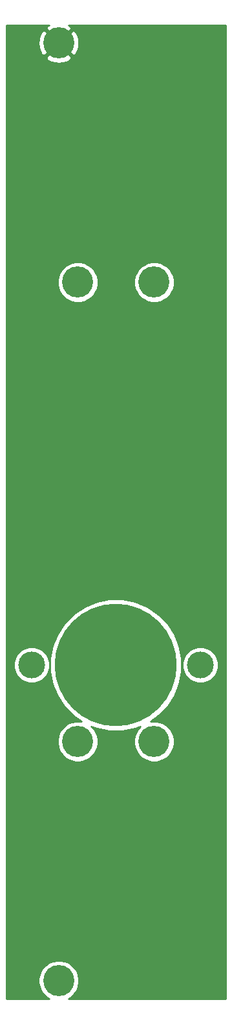
<source format=gbl>
G04 #@! TF.GenerationSoftware,KiCad,Pcbnew,(5.1.0)-1*
G04 #@! TF.CreationDate,2019-05-28T14:34:34-04:00*
G04 #@! TF.ProjectId,Power Supply_Panel,506f7765-7220-4537-9570-706c795f5061,rev?*
G04 #@! TF.SameCoordinates,Original*
G04 #@! TF.FileFunction,Copper,L2,Bot*
G04 #@! TF.FilePolarity,Positive*
%FSLAX46Y46*%
G04 Gerber Fmt 4.6, Leading zero omitted, Abs format (unit mm)*
G04 Created by KiCad (PCBNEW (5.1.0)-1) date 2019-05-28 14:34:34*
%MOMM*%
%LPD*%
G04 APERTURE LIST*
%ADD10C,4.064000*%
%ADD11C,3.500000*%
%ADD12C,16.000000*%
%ADD13C,0.254000*%
G04 APERTURE END LIST*
D10*
X37500000Y-33000000D03*
X40000000Y-64250000D03*
X40000000Y-124250000D03*
X37500000Y-155500000D03*
X50000000Y-64250000D03*
X50000000Y-124250000D03*
D11*
X56050000Y-114250000D03*
X33950000Y-114250000D03*
D12*
X45000000Y-114250000D03*
D13*
G36*
X36029307Y-30759699D02*
G01*
X35809341Y-31129736D01*
X37500000Y-32820395D01*
X39190659Y-31129736D01*
X38970693Y-30759699D01*
X38780462Y-30660000D01*
X59340000Y-30660000D01*
X59340001Y-157840000D01*
X38798414Y-157840000D01*
X39200113Y-157571594D01*
X39571594Y-157200113D01*
X39863464Y-156763298D01*
X40064508Y-156277935D01*
X40167000Y-155762677D01*
X40167000Y-155237323D01*
X40064508Y-154722065D01*
X39863464Y-154236702D01*
X39571594Y-153799887D01*
X39200113Y-153428406D01*
X38763298Y-153136536D01*
X38277935Y-152935492D01*
X37762677Y-152833000D01*
X37237323Y-152833000D01*
X36722065Y-152935492D01*
X36236702Y-153136536D01*
X35799887Y-153428406D01*
X35428406Y-153799887D01*
X35136536Y-154236702D01*
X34935492Y-154722065D01*
X34833000Y-155237323D01*
X34833000Y-155762677D01*
X34935492Y-156277935D01*
X35136536Y-156763298D01*
X35428406Y-157200113D01*
X35799887Y-157571594D01*
X36201586Y-157840000D01*
X30660000Y-157840000D01*
X30660000Y-114015098D01*
X31565000Y-114015098D01*
X31565000Y-114484902D01*
X31656654Y-114945679D01*
X31836440Y-115379721D01*
X32097450Y-115770349D01*
X32429651Y-116102550D01*
X32820279Y-116363560D01*
X33254321Y-116543346D01*
X33715098Y-116635000D01*
X34184902Y-116635000D01*
X34645679Y-116543346D01*
X35079721Y-116363560D01*
X35470349Y-116102550D01*
X35802550Y-115770349D01*
X36063560Y-115379721D01*
X36243346Y-114945679D01*
X36335000Y-114484902D01*
X36335000Y-114015098D01*
X36243346Y-113554321D01*
X36179229Y-113399527D01*
X36365000Y-113399527D01*
X36365000Y-115100473D01*
X36696838Y-116768737D01*
X37347762Y-118340206D01*
X38292758Y-119754492D01*
X39495508Y-120957242D01*
X40503803Y-121630963D01*
X40262677Y-121583000D01*
X39737323Y-121583000D01*
X39222065Y-121685492D01*
X38736702Y-121886536D01*
X38299887Y-122178406D01*
X37928406Y-122549887D01*
X37636536Y-122986702D01*
X37435492Y-123472065D01*
X37333000Y-123987323D01*
X37333000Y-124512677D01*
X37435492Y-125027935D01*
X37636536Y-125513298D01*
X37928406Y-125950113D01*
X38299887Y-126321594D01*
X38736702Y-126613464D01*
X39222065Y-126814508D01*
X39737323Y-126917000D01*
X40262677Y-126917000D01*
X40777935Y-126814508D01*
X41263298Y-126613464D01*
X41700113Y-126321594D01*
X42071594Y-125950113D01*
X42363464Y-125513298D01*
X42564508Y-125027935D01*
X42667000Y-124512677D01*
X42667000Y-123987323D01*
X42564508Y-123472065D01*
X42363464Y-122986702D01*
X42071594Y-122549887D01*
X41787505Y-122265798D01*
X42481263Y-122553162D01*
X44149527Y-122885000D01*
X45850473Y-122885000D01*
X47518737Y-122553162D01*
X48212495Y-122265798D01*
X47928406Y-122549887D01*
X47636536Y-122986702D01*
X47435492Y-123472065D01*
X47333000Y-123987323D01*
X47333000Y-124512677D01*
X47435492Y-125027935D01*
X47636536Y-125513298D01*
X47928406Y-125950113D01*
X48299887Y-126321594D01*
X48736702Y-126613464D01*
X49222065Y-126814508D01*
X49737323Y-126917000D01*
X50262677Y-126917000D01*
X50777935Y-126814508D01*
X51263298Y-126613464D01*
X51700113Y-126321594D01*
X52071594Y-125950113D01*
X52363464Y-125513298D01*
X52564508Y-125027935D01*
X52667000Y-124512677D01*
X52667000Y-123987323D01*
X52564508Y-123472065D01*
X52363464Y-122986702D01*
X52071594Y-122549887D01*
X51700113Y-122178406D01*
X51263298Y-121886536D01*
X50777935Y-121685492D01*
X50262677Y-121583000D01*
X49737323Y-121583000D01*
X49496197Y-121630963D01*
X50504492Y-120957242D01*
X51707242Y-119754492D01*
X52652238Y-118340206D01*
X53303162Y-116768737D01*
X53635000Y-115100473D01*
X53635000Y-114015098D01*
X53665000Y-114015098D01*
X53665000Y-114484902D01*
X53756654Y-114945679D01*
X53936440Y-115379721D01*
X54197450Y-115770349D01*
X54529651Y-116102550D01*
X54920279Y-116363560D01*
X55354321Y-116543346D01*
X55815098Y-116635000D01*
X56284902Y-116635000D01*
X56745679Y-116543346D01*
X57179721Y-116363560D01*
X57570349Y-116102550D01*
X57902550Y-115770349D01*
X58163560Y-115379721D01*
X58343346Y-114945679D01*
X58435000Y-114484902D01*
X58435000Y-114015098D01*
X58343346Y-113554321D01*
X58163560Y-113120279D01*
X57902550Y-112729651D01*
X57570349Y-112397450D01*
X57179721Y-112136440D01*
X56745679Y-111956654D01*
X56284902Y-111865000D01*
X55815098Y-111865000D01*
X55354321Y-111956654D01*
X54920279Y-112136440D01*
X54529651Y-112397450D01*
X54197450Y-112729651D01*
X53936440Y-113120279D01*
X53756654Y-113554321D01*
X53665000Y-114015098D01*
X53635000Y-114015098D01*
X53635000Y-113399527D01*
X53303162Y-111731263D01*
X52652238Y-110159794D01*
X51707242Y-108745508D01*
X50504492Y-107542758D01*
X49090206Y-106597762D01*
X47518737Y-105946838D01*
X45850473Y-105615000D01*
X44149527Y-105615000D01*
X42481263Y-105946838D01*
X40909794Y-106597762D01*
X39495508Y-107542758D01*
X38292758Y-108745508D01*
X37347762Y-110159794D01*
X36696838Y-111731263D01*
X36365000Y-113399527D01*
X36179229Y-113399527D01*
X36063560Y-113120279D01*
X35802550Y-112729651D01*
X35470349Y-112397450D01*
X35079721Y-112136440D01*
X34645679Y-111956654D01*
X34184902Y-111865000D01*
X33715098Y-111865000D01*
X33254321Y-111956654D01*
X32820279Y-112136440D01*
X32429651Y-112397450D01*
X32097450Y-112729651D01*
X31836440Y-113120279D01*
X31656654Y-113554321D01*
X31565000Y-114015098D01*
X30660000Y-114015098D01*
X30660000Y-63987323D01*
X37333000Y-63987323D01*
X37333000Y-64512677D01*
X37435492Y-65027935D01*
X37636536Y-65513298D01*
X37928406Y-65950113D01*
X38299887Y-66321594D01*
X38736702Y-66613464D01*
X39222065Y-66814508D01*
X39737323Y-66917000D01*
X40262677Y-66917000D01*
X40777935Y-66814508D01*
X41263298Y-66613464D01*
X41700113Y-66321594D01*
X42071594Y-65950113D01*
X42363464Y-65513298D01*
X42564508Y-65027935D01*
X42667000Y-64512677D01*
X42667000Y-63987323D01*
X47333000Y-63987323D01*
X47333000Y-64512677D01*
X47435492Y-65027935D01*
X47636536Y-65513298D01*
X47928406Y-65950113D01*
X48299887Y-66321594D01*
X48736702Y-66613464D01*
X49222065Y-66814508D01*
X49737323Y-66917000D01*
X50262677Y-66917000D01*
X50777935Y-66814508D01*
X51263298Y-66613464D01*
X51700113Y-66321594D01*
X52071594Y-65950113D01*
X52363464Y-65513298D01*
X52564508Y-65027935D01*
X52667000Y-64512677D01*
X52667000Y-63987323D01*
X52564508Y-63472065D01*
X52363464Y-62986702D01*
X52071594Y-62549887D01*
X51700113Y-62178406D01*
X51263298Y-61886536D01*
X50777935Y-61685492D01*
X50262677Y-61583000D01*
X49737323Y-61583000D01*
X49222065Y-61685492D01*
X48736702Y-61886536D01*
X48299887Y-62178406D01*
X47928406Y-62549887D01*
X47636536Y-62986702D01*
X47435492Y-63472065D01*
X47333000Y-63987323D01*
X42667000Y-63987323D01*
X42564508Y-63472065D01*
X42363464Y-62986702D01*
X42071594Y-62549887D01*
X41700113Y-62178406D01*
X41263298Y-61886536D01*
X40777935Y-61685492D01*
X40262677Y-61583000D01*
X39737323Y-61583000D01*
X39222065Y-61685492D01*
X38736702Y-61886536D01*
X38299887Y-62178406D01*
X37928406Y-62549887D01*
X37636536Y-62986702D01*
X37435492Y-63472065D01*
X37333000Y-63987323D01*
X30660000Y-63987323D01*
X30660000Y-34870264D01*
X35809341Y-34870264D01*
X36029307Y-35240301D01*
X36494627Y-35484172D01*
X36998583Y-35632578D01*
X37521808Y-35679815D01*
X38044195Y-35624069D01*
X38545669Y-35467481D01*
X38970693Y-35240301D01*
X39190659Y-34870264D01*
X37500000Y-33179605D01*
X35809341Y-34870264D01*
X30660000Y-34870264D01*
X30660000Y-33021808D01*
X34820185Y-33021808D01*
X34875931Y-33544195D01*
X35032519Y-34045669D01*
X35259699Y-34470693D01*
X35629736Y-34690659D01*
X37320395Y-33000000D01*
X37679605Y-33000000D01*
X39370264Y-34690659D01*
X39740301Y-34470693D01*
X39984172Y-34005373D01*
X40132578Y-33501417D01*
X40179815Y-32978192D01*
X40124069Y-32455805D01*
X39967481Y-31954331D01*
X39740301Y-31529307D01*
X39370264Y-31309341D01*
X37679605Y-33000000D01*
X37320395Y-33000000D01*
X35629736Y-31309341D01*
X35259699Y-31529307D01*
X35015828Y-31994627D01*
X34867422Y-32498583D01*
X34820185Y-33021808D01*
X30660000Y-33021808D01*
X30660000Y-30660000D01*
X36215831Y-30660000D01*
X36029307Y-30759699D01*
X36029307Y-30759699D01*
G37*
X36029307Y-30759699D02*
X35809341Y-31129736D01*
X37500000Y-32820395D01*
X39190659Y-31129736D01*
X38970693Y-30759699D01*
X38780462Y-30660000D01*
X59340000Y-30660000D01*
X59340001Y-157840000D01*
X38798414Y-157840000D01*
X39200113Y-157571594D01*
X39571594Y-157200113D01*
X39863464Y-156763298D01*
X40064508Y-156277935D01*
X40167000Y-155762677D01*
X40167000Y-155237323D01*
X40064508Y-154722065D01*
X39863464Y-154236702D01*
X39571594Y-153799887D01*
X39200113Y-153428406D01*
X38763298Y-153136536D01*
X38277935Y-152935492D01*
X37762677Y-152833000D01*
X37237323Y-152833000D01*
X36722065Y-152935492D01*
X36236702Y-153136536D01*
X35799887Y-153428406D01*
X35428406Y-153799887D01*
X35136536Y-154236702D01*
X34935492Y-154722065D01*
X34833000Y-155237323D01*
X34833000Y-155762677D01*
X34935492Y-156277935D01*
X35136536Y-156763298D01*
X35428406Y-157200113D01*
X35799887Y-157571594D01*
X36201586Y-157840000D01*
X30660000Y-157840000D01*
X30660000Y-114015098D01*
X31565000Y-114015098D01*
X31565000Y-114484902D01*
X31656654Y-114945679D01*
X31836440Y-115379721D01*
X32097450Y-115770349D01*
X32429651Y-116102550D01*
X32820279Y-116363560D01*
X33254321Y-116543346D01*
X33715098Y-116635000D01*
X34184902Y-116635000D01*
X34645679Y-116543346D01*
X35079721Y-116363560D01*
X35470349Y-116102550D01*
X35802550Y-115770349D01*
X36063560Y-115379721D01*
X36243346Y-114945679D01*
X36335000Y-114484902D01*
X36335000Y-114015098D01*
X36243346Y-113554321D01*
X36179229Y-113399527D01*
X36365000Y-113399527D01*
X36365000Y-115100473D01*
X36696838Y-116768737D01*
X37347762Y-118340206D01*
X38292758Y-119754492D01*
X39495508Y-120957242D01*
X40503803Y-121630963D01*
X40262677Y-121583000D01*
X39737323Y-121583000D01*
X39222065Y-121685492D01*
X38736702Y-121886536D01*
X38299887Y-122178406D01*
X37928406Y-122549887D01*
X37636536Y-122986702D01*
X37435492Y-123472065D01*
X37333000Y-123987323D01*
X37333000Y-124512677D01*
X37435492Y-125027935D01*
X37636536Y-125513298D01*
X37928406Y-125950113D01*
X38299887Y-126321594D01*
X38736702Y-126613464D01*
X39222065Y-126814508D01*
X39737323Y-126917000D01*
X40262677Y-126917000D01*
X40777935Y-126814508D01*
X41263298Y-126613464D01*
X41700113Y-126321594D01*
X42071594Y-125950113D01*
X42363464Y-125513298D01*
X42564508Y-125027935D01*
X42667000Y-124512677D01*
X42667000Y-123987323D01*
X42564508Y-123472065D01*
X42363464Y-122986702D01*
X42071594Y-122549887D01*
X41787505Y-122265798D01*
X42481263Y-122553162D01*
X44149527Y-122885000D01*
X45850473Y-122885000D01*
X47518737Y-122553162D01*
X48212495Y-122265798D01*
X47928406Y-122549887D01*
X47636536Y-122986702D01*
X47435492Y-123472065D01*
X47333000Y-123987323D01*
X47333000Y-124512677D01*
X47435492Y-125027935D01*
X47636536Y-125513298D01*
X47928406Y-125950113D01*
X48299887Y-126321594D01*
X48736702Y-126613464D01*
X49222065Y-126814508D01*
X49737323Y-126917000D01*
X50262677Y-126917000D01*
X50777935Y-126814508D01*
X51263298Y-126613464D01*
X51700113Y-126321594D01*
X52071594Y-125950113D01*
X52363464Y-125513298D01*
X52564508Y-125027935D01*
X52667000Y-124512677D01*
X52667000Y-123987323D01*
X52564508Y-123472065D01*
X52363464Y-122986702D01*
X52071594Y-122549887D01*
X51700113Y-122178406D01*
X51263298Y-121886536D01*
X50777935Y-121685492D01*
X50262677Y-121583000D01*
X49737323Y-121583000D01*
X49496197Y-121630963D01*
X50504492Y-120957242D01*
X51707242Y-119754492D01*
X52652238Y-118340206D01*
X53303162Y-116768737D01*
X53635000Y-115100473D01*
X53635000Y-114015098D01*
X53665000Y-114015098D01*
X53665000Y-114484902D01*
X53756654Y-114945679D01*
X53936440Y-115379721D01*
X54197450Y-115770349D01*
X54529651Y-116102550D01*
X54920279Y-116363560D01*
X55354321Y-116543346D01*
X55815098Y-116635000D01*
X56284902Y-116635000D01*
X56745679Y-116543346D01*
X57179721Y-116363560D01*
X57570349Y-116102550D01*
X57902550Y-115770349D01*
X58163560Y-115379721D01*
X58343346Y-114945679D01*
X58435000Y-114484902D01*
X58435000Y-114015098D01*
X58343346Y-113554321D01*
X58163560Y-113120279D01*
X57902550Y-112729651D01*
X57570349Y-112397450D01*
X57179721Y-112136440D01*
X56745679Y-111956654D01*
X56284902Y-111865000D01*
X55815098Y-111865000D01*
X55354321Y-111956654D01*
X54920279Y-112136440D01*
X54529651Y-112397450D01*
X54197450Y-112729651D01*
X53936440Y-113120279D01*
X53756654Y-113554321D01*
X53665000Y-114015098D01*
X53635000Y-114015098D01*
X53635000Y-113399527D01*
X53303162Y-111731263D01*
X52652238Y-110159794D01*
X51707242Y-108745508D01*
X50504492Y-107542758D01*
X49090206Y-106597762D01*
X47518737Y-105946838D01*
X45850473Y-105615000D01*
X44149527Y-105615000D01*
X42481263Y-105946838D01*
X40909794Y-106597762D01*
X39495508Y-107542758D01*
X38292758Y-108745508D01*
X37347762Y-110159794D01*
X36696838Y-111731263D01*
X36365000Y-113399527D01*
X36179229Y-113399527D01*
X36063560Y-113120279D01*
X35802550Y-112729651D01*
X35470349Y-112397450D01*
X35079721Y-112136440D01*
X34645679Y-111956654D01*
X34184902Y-111865000D01*
X33715098Y-111865000D01*
X33254321Y-111956654D01*
X32820279Y-112136440D01*
X32429651Y-112397450D01*
X32097450Y-112729651D01*
X31836440Y-113120279D01*
X31656654Y-113554321D01*
X31565000Y-114015098D01*
X30660000Y-114015098D01*
X30660000Y-63987323D01*
X37333000Y-63987323D01*
X37333000Y-64512677D01*
X37435492Y-65027935D01*
X37636536Y-65513298D01*
X37928406Y-65950113D01*
X38299887Y-66321594D01*
X38736702Y-66613464D01*
X39222065Y-66814508D01*
X39737323Y-66917000D01*
X40262677Y-66917000D01*
X40777935Y-66814508D01*
X41263298Y-66613464D01*
X41700113Y-66321594D01*
X42071594Y-65950113D01*
X42363464Y-65513298D01*
X42564508Y-65027935D01*
X42667000Y-64512677D01*
X42667000Y-63987323D01*
X47333000Y-63987323D01*
X47333000Y-64512677D01*
X47435492Y-65027935D01*
X47636536Y-65513298D01*
X47928406Y-65950113D01*
X48299887Y-66321594D01*
X48736702Y-66613464D01*
X49222065Y-66814508D01*
X49737323Y-66917000D01*
X50262677Y-66917000D01*
X50777935Y-66814508D01*
X51263298Y-66613464D01*
X51700113Y-66321594D01*
X52071594Y-65950113D01*
X52363464Y-65513298D01*
X52564508Y-65027935D01*
X52667000Y-64512677D01*
X52667000Y-63987323D01*
X52564508Y-63472065D01*
X52363464Y-62986702D01*
X52071594Y-62549887D01*
X51700113Y-62178406D01*
X51263298Y-61886536D01*
X50777935Y-61685492D01*
X50262677Y-61583000D01*
X49737323Y-61583000D01*
X49222065Y-61685492D01*
X48736702Y-61886536D01*
X48299887Y-62178406D01*
X47928406Y-62549887D01*
X47636536Y-62986702D01*
X47435492Y-63472065D01*
X47333000Y-63987323D01*
X42667000Y-63987323D01*
X42564508Y-63472065D01*
X42363464Y-62986702D01*
X42071594Y-62549887D01*
X41700113Y-62178406D01*
X41263298Y-61886536D01*
X40777935Y-61685492D01*
X40262677Y-61583000D01*
X39737323Y-61583000D01*
X39222065Y-61685492D01*
X38736702Y-61886536D01*
X38299887Y-62178406D01*
X37928406Y-62549887D01*
X37636536Y-62986702D01*
X37435492Y-63472065D01*
X37333000Y-63987323D01*
X30660000Y-63987323D01*
X30660000Y-34870264D01*
X35809341Y-34870264D01*
X36029307Y-35240301D01*
X36494627Y-35484172D01*
X36998583Y-35632578D01*
X37521808Y-35679815D01*
X38044195Y-35624069D01*
X38545669Y-35467481D01*
X38970693Y-35240301D01*
X39190659Y-34870264D01*
X37500000Y-33179605D01*
X35809341Y-34870264D01*
X30660000Y-34870264D01*
X30660000Y-33021808D01*
X34820185Y-33021808D01*
X34875931Y-33544195D01*
X35032519Y-34045669D01*
X35259699Y-34470693D01*
X35629736Y-34690659D01*
X37320395Y-33000000D01*
X37679605Y-33000000D01*
X39370264Y-34690659D01*
X39740301Y-34470693D01*
X39984172Y-34005373D01*
X40132578Y-33501417D01*
X40179815Y-32978192D01*
X40124069Y-32455805D01*
X39967481Y-31954331D01*
X39740301Y-31529307D01*
X39370264Y-31309341D01*
X37679605Y-33000000D01*
X37320395Y-33000000D01*
X35629736Y-31309341D01*
X35259699Y-31529307D01*
X35015828Y-31994627D01*
X34867422Y-32498583D01*
X34820185Y-33021808D01*
X30660000Y-33021808D01*
X30660000Y-30660000D01*
X36215831Y-30660000D01*
X36029307Y-30759699D01*
M02*

</source>
